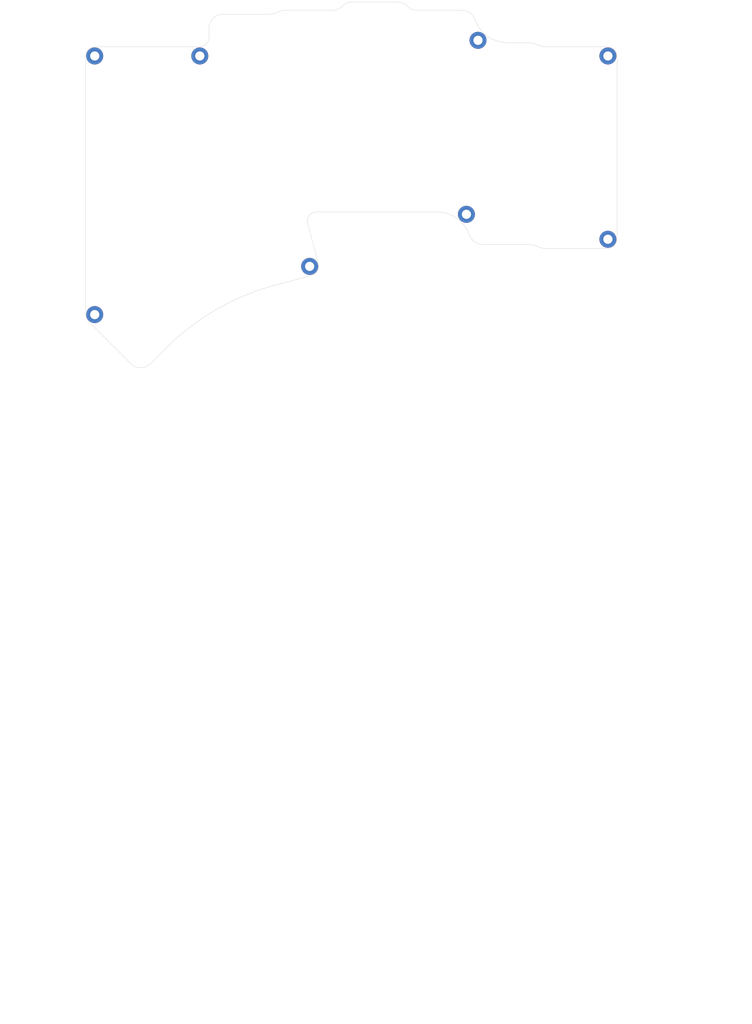
<source format=kicad_pcb>
(kicad_pcb (version 20221018) (generator pcbnew)
  (layers (0 "F.Cu" signal) (31 "B.Cu" signal) (34 "B.Paste" user) (35 "F.Paste" user) (36 "B.SilkS" user "B.Silkscreen") (37 "F.SilkS" user "F.Silkscreen") (38 "B.Mask" user) (39 "F.Mask" user) (44 "Edge.Cuts" user))
  (net 0 "")
  (footprint "DreaM117er-keebLibrary:MAC8_TH0816-XX-M2-Dual_Pad" (layer "F.Cu") (at 199.21945 40.789513 45)
    (fp_text reference "S3" hide)
    (fp_text value "M2-0.8mm")
    (pad "1" thru_hole circle (at 0 0 45) (size 5 5) (drill 2.7) (layers "*.Cu" "*.Mask"))
  )
  (footprint "DreaM117er-keebLibrary:MAC8_TH0816-XX-M2-Dual_Pad" (layer "F.Cu") (at 237.31945 99.130513)
    (fp_text reference "S5" hide)
    (fp_text value "M2-0.8mm")
    (pad "1" thru_hole circle (at 0 0) (size 5 5) (drill 2.7) (layers "*.Cu" "*.Mask"))
  )
  (footprint "DreaM117er-keebLibrary:MAC8_TH0816-XX-M2-Dual_Pad" (layer "F.Cu") (at 149.837246 107.082069 15)
    (fp_text reference "S7" hide)
    (fp_text value "M2-0.8mm")
    (pad "1" thru_hole circle (at 0 0 15) (size 5 5) (drill 2.7) (layers "*.Cu" "*.Mask"))
  )
  (footprint "DreaM117er-keebLibrary:MAC8_TH0816-XX-M2-Dual_Pad" (layer "F.Cu") (at 86.795334 121.215729 135)
    (fp_text reference "S8" hide)
    (fp_text value "M2-0.8mm")
    (pad "1" thru_hole circle (at 0 0 135) (size 5 5) (drill 2.7) (layers "*.Cu" "*.Mask"))
  )
  (footprint "DreaM117er-keebLibrary:MAC8_TH0816-XX-M2-Dual_Pad" (layer "F.Cu") (at 86.795334 45.380513)
    (fp_text reference "S1" hide)
    (fp_text value "M2-0.8mm")
    (pad "1" thru_hole circle (at 0 0) (size 5 5) (drill 2.7) (layers "*.Cu" "*.Mask"))
  )
  (footprint "DreaM117er-keebLibrary:MAC8_TH0816-XX-M2-Dual_Pad" (layer "F.Cu") (at 195.820352 91.814513 -135)
    (fp_text reference "S6" hide)
    (fp_text value "M2-0.8mm")
    (pad "1" thru_hole circle (at 0 0 225) (size 5 5) (drill 2.7) (layers "*.Cu" "*.Mask"))
  )
  (footprint "DreaM117er-keebLibrary:MAC8_TH0816-XX-M2-Dual_Pad" (layer "F.Cu") (at 117.62045 45.380513)
    (fp_text reference "S2" hide)
    (fp_text value "M2-0.8mm")
    (pad "1" thru_hole circle (at 0 0) (size 5 5) (drill 2.7) (layers "*.Cu" "*.Mask"))
  )
  (footprint "DreaM117er-keebLibrary:MAC8_TH0816-XX-M2-Dual_Pad" (layer "F.Cu") (at 237.31945 45.380513)
    (fp_text reference "S4" hide)
    (fp_text value "M2-0.8mm")
    (pad "1" thru_hole circle (at 0 0) (size 5 5) (drill 2.7) (layers "*.Cu" "*.Mask"))
  )
  (gr_arc (start 237.31945 42.680513) (mid 239.228976 43.471455) (end 240.019905 45.380968) (stroke (width 0.1)) (layer "Edge.Cuts"))
  (gr_line (start 237.31945 42.680513) (end 219.269905 42.680058) (stroke (width 0.1)) (layer "Edge.Cuts"))
  (gr_arc (start 175.769902 29.583513) (mid 177.24532 29.894331) (end 178.469902 30.774013) (stroke (width 0.1)) (layer "Edge.Cuts"))
  (gr_line (start 240.019905 99.130513) (end 240.019905 45.380968) (stroke (width 0.1)) (layer "Edge.Cuts"))
  (gr_arc (start 207.79445 41.489513) (mid 202.135808 39.664571) (end 198.42445 35.019513) (stroke (width 0.1)) (layer "Edge.Cuts"))
  (gr_line (start 156.719902 31.964513) (end 143.069905 31.964968) (stroke (width 0.1)) (layer "Edge.Cuts"))
  (gr_arc (start 140.369902 32.560013) (mid 139.052298 33.004542) (end 137.669899 33.155058) (stroke (width 0.1)) (layer "Edge.Cuts"))
  (gr_arc (start 103.200101 135.570104) (mid 100.26561 136.78561) (end 97.331118 135.570104) (stroke (width 0.1)) (layer "Edge.Cuts"))
  (gr_arc (start 181.169902 31.964513) (mid 179.694507 31.653662) (end 178.469902 30.774013) (stroke (width 0.1)) (layer "Edge.Cuts"))
  (gr_line (start 194.369902 31.964513) (end 181.169902 31.964513) (stroke (width 0.1)) (layer "Edge.Cuts"))
  (gr_arc (start 213.869899 41.489968) (mid 215.252294 41.640503) (end 216.569902 42.085013) (stroke (width 0.1)) (layer "Edge.Cuts"))
  (gr_arc (start 159.419902 30.774013) (mid 160.644494 29.894335) (end 162.119902 29.583513) (stroke (width 0.1)) (layer "Edge.Cuts"))
  (gr_line (start 213.869899 41.489968) (end 207.79445 41.489513) (stroke (width 0.1)) (layer "Edge.Cuts"))
  (gr_arc (start 240.019905 99.130513) (mid 239.22896 101.040023) (end 237.31945 101.830968) (stroke (width 0.1)) (layer "Edge.Cuts"))
  (gr_line (start 84.886038 123.125025) (end 97.331118 135.570104) (stroke (width 0.1)) (layer "Edge.Cuts"))
  (gr_line (start 162.119902 29.583513) (end 175.769902 29.583513) (stroke (width 0.1)) (layer "Edge.Cuts"))
  (gr_line (start 151.87145 91.113107) (end 187.245352 91.113603) (stroke (width 0.1)) (layer "Edge.Cuts"))
  (gr_arc (start 140.369902 32.560013) (mid 141.687508 32.115499) (end 143.069905 31.964968) (stroke (width 0.1)) (layer "Edge.Cuts"))
  (gr_arc (start 107.707909 131.062297) (mid 122.485033 119.723344) (end 139.693167 112.594849) (stroke (width 0.1)) (layer "Edge.Cuts"))
  (gr_line (start 152.445104 106.382731) (end 149.26345 94.511918) (stroke (width 0.1)) (layer "Edge.Cuts"))
  (gr_line (start 139.693167 112.594849) (end 150.535477 109.689661) (stroke (width 0.1)) (layer "Edge.Cuts"))
  (gr_line (start 120.319902 37.305511) (end 120.32 39.980998) (stroke (width 0.1)) (layer "Edge.Cuts"))
  (gr_arc (start 219.269905 42.680058) (mid 217.887504 42.529543) (end 216.569902 42.085013) (stroke (width 0.1)) (layer "Edge.Cuts"))
  (gr_line (start 219.269905 101.830058) (end 237.31945 101.830514) (stroke (width 0.1)) (layer "Edge.Cuts"))
  (gr_arc (start 149.26345 94.511918) (mid 149.729399 92.169456) (end 151.87145 91.113107) (stroke (width 0.1)) (layer "Edge.Cuts"))
  (gr_arc (start 120.32 39.980998) (mid 119.52906 41.890516) (end 117.619545 42.681453) (stroke (width 0.1)) (layer "Edge.Cuts"))
  (gr_arc (start 200.6699 100.639513) (mid 198.131592 99.790256) (end 196.615352 97.584513) (stroke (width 0.1)) (layer "Edge.Cuts"))
  (gr_arc (start 194.369902 31.964513) (mid 196.908258 32.813732) (end 198.42445 35.019513) (stroke (width 0.1)) (layer "Edge.Cuts"))
  (gr_arc (start 213.869899 100.639968) (mid 215.252294 100.790503) (end 216.569902 101.235013) (stroke (width 0.1)) (layer "Edge.Cuts"))
  (gr_arc (start 219.269905 101.830058) (mid 217.88751 101.679524) (end 216.569902 101.235013) (stroke (width 0.1)) (layer "Edge.Cuts"))
  (gr_arc (start 84.094995 45.380513) (mid 84.88594 43.471003) (end 86.79545 42.680058) (stroke (width 0.1)) (layer "Edge.Cuts"))
  (gr_line (start 137.669899 33.155058) (end 124.4699 33.155513) (stroke (width 0.1)) (layer "Edge.Cuts"))
  (gr_line (start 117.619545 42.681453) (end 86.79545 42.680058) (stroke (width 0.1)) (layer "Edge.Cuts"))
  (gr_arc (start 159.419902 30.774013) (mid 158.19531 31.653693) (end 156.719902 31.964513) (stroke (width 0.1)) (layer "Edge.Cuts"))
  (gr_arc (start 187.245352 91.113603) (mid 192.904041 92.939142) (end 196.615352 97.584513) (stroke (width 0.1)) (layer "Edge.Cuts"))
  (gr_arc (start 120.319902 37.305511) (mid 121.535406 34.371003) (end 124.4699 33.155513) (stroke (width 0.1)) (layer "Edge.Cuts"))
  (gr_line (start 84.094995 45.380513) (end 84.095335 121.215729) (stroke (width 0.1)) (layer "Edge.Cuts"))
  (gr_line (start 103.200101 135.570104) (end 107.707909 131.062297) (stroke (width 0.1)) (layer "Edge.Cuts"))
  (gr_arc (start 152.445104 106.382731) (mid 152.175303 108.431862) (end 150.535594 109.690099) (stroke (width 0.1)) (layer "Edge.Cuts"))
  (gr_line (start 213.869899 100.639968) (end 200.6699 100.639513) (stroke (width 0.1)) (layer "Edge.Cuts"))
  (gr_arc (start 84.886146 123.124917) (mid 84.300858 122.248974) (end 84.095335 121.215729) (stroke (width 0.1)) (layer "Edge.Cuts"))
)
</source>
